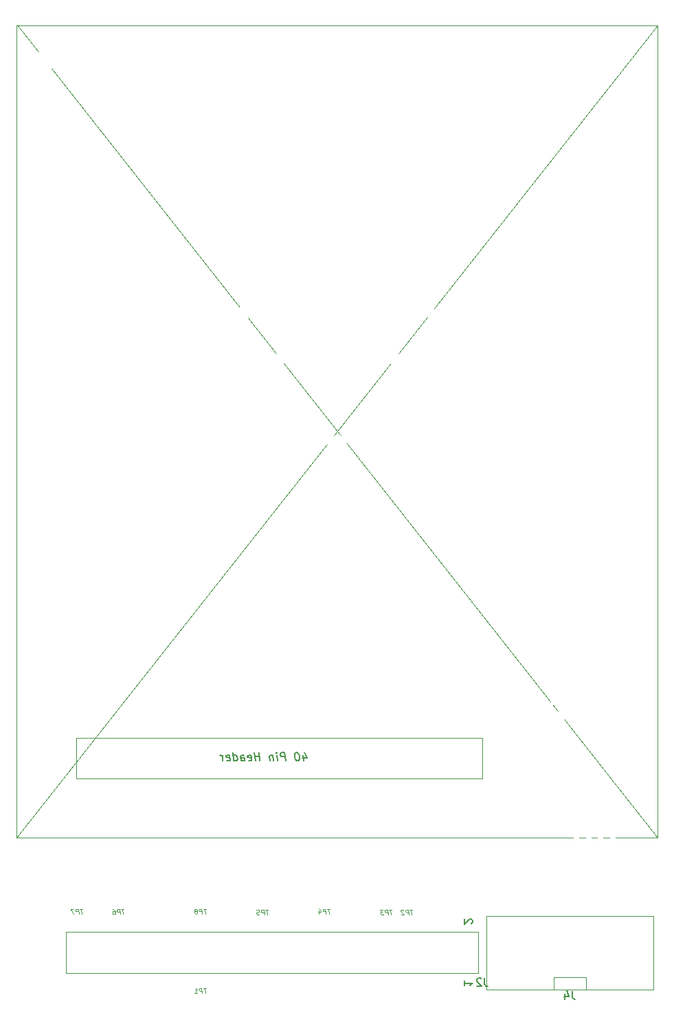
<source format=gbo>
%TF.GenerationSoftware,KiCad,Pcbnew,6.0.10-86aedd382b~118~ubuntu22.04.1*%
%TF.CreationDate,2023-01-11T08:47:55-08:00*%
%TF.ProjectId,shield,73686965-6c64-42e6-9b69-6361645f7063,rev?*%
%TF.SameCoordinates,Original*%
%TF.FileFunction,Legend,Bot*%
%TF.FilePolarity,Positive*%
%FSLAX46Y46*%
G04 Gerber Fmt 4.6, Leading zero omitted, Abs format (unit mm)*
G04 Created by KiCad (PCBNEW 6.0.10-86aedd382b~118~ubuntu22.04.1) date 2023-01-11 08:47:55*
%MOMM*%
%LPD*%
G01*
G04 APERTURE LIST*
%ADD10C,0.150000*%
%ADD11C,0.080000*%
%ADD12C,0.120000*%
%ADD13C,0.050000*%
%ADD14C,2.760000*%
%ADD15O,2.600000X1.200000*%
%ADD16R,1.800000X1.800000*%
%ADD17C,1.800000*%
%ADD18C,2.800000*%
%ADD19R,2.100000X2.100000*%
%ADD20C,2.100000*%
%ADD21C,1.000000*%
%ADD22R,2.000000X3.000000*%
%ADD23C,1.500000*%
%ADD24C,2.200000*%
%ADD25R,1.524000X1.524000*%
%ADD26C,1.524000*%
G04 APERTURE END LIST*
D10*
X55804672Y-130355714D02*
X55888005Y-131022380D01*
X55995148Y-129974761D02*
X56322529Y-130689047D01*
X55703482Y-130689047D01*
X55048720Y-130022380D02*
X54953482Y-130022380D01*
X54864196Y-130070000D01*
X54822529Y-130117619D01*
X54786815Y-130212857D01*
X54763005Y-130403333D01*
X54792767Y-130641428D01*
X54864196Y-130831904D01*
X54923720Y-130927142D01*
X54977291Y-130974761D01*
X55078482Y-131022380D01*
X55173720Y-131022380D01*
X55263005Y-130974761D01*
X55304672Y-130927142D01*
X55340386Y-130831904D01*
X55364196Y-130641428D01*
X55334434Y-130403333D01*
X55263005Y-130212857D01*
X55203482Y-130117619D01*
X55149910Y-130070000D01*
X55048720Y-130022380D01*
X53649910Y-131022380D02*
X53524910Y-130022380D01*
X53143958Y-130022380D01*
X53054672Y-130070000D01*
X53013005Y-130117619D01*
X52977291Y-130212857D01*
X52995148Y-130355714D01*
X53054672Y-130450952D01*
X53108244Y-130498571D01*
X53209434Y-130546190D01*
X53590386Y-130546190D01*
X52649910Y-131022380D02*
X52566577Y-130355714D01*
X52524910Y-130022380D02*
X52578482Y-130070000D01*
X52536815Y-130117619D01*
X52483244Y-130070000D01*
X52524910Y-130022380D01*
X52536815Y-130117619D01*
X52090386Y-130355714D02*
X52173720Y-131022380D01*
X52102291Y-130450952D02*
X52048720Y-130403333D01*
X51947529Y-130355714D01*
X51804672Y-130355714D01*
X51715386Y-130403333D01*
X51679672Y-130498571D01*
X51745148Y-131022380D01*
X50507053Y-131022380D02*
X50382053Y-130022380D01*
X50441577Y-130498571D02*
X49870148Y-130498571D01*
X49935625Y-131022380D02*
X49810625Y-130022380D01*
X49072529Y-130974761D02*
X49173720Y-131022380D01*
X49364196Y-131022380D01*
X49453482Y-130974761D01*
X49489196Y-130879523D01*
X49441577Y-130498571D01*
X49382053Y-130403333D01*
X49280863Y-130355714D01*
X49090386Y-130355714D01*
X49001101Y-130403333D01*
X48965386Y-130498571D01*
X48977291Y-130593809D01*
X49465386Y-130689047D01*
X48173720Y-131022380D02*
X48108244Y-130498571D01*
X48143958Y-130403333D01*
X48233244Y-130355714D01*
X48423720Y-130355714D01*
X48524910Y-130403333D01*
X48167767Y-130974761D02*
X48268958Y-131022380D01*
X48507053Y-131022380D01*
X48596339Y-130974761D01*
X48632053Y-130879523D01*
X48620148Y-130784285D01*
X48560625Y-130689047D01*
X48459434Y-130641428D01*
X48221339Y-130641428D01*
X48120148Y-130593809D01*
X47268958Y-131022380D02*
X47143958Y-130022380D01*
X47263005Y-130974761D02*
X47364196Y-131022380D01*
X47554672Y-131022380D01*
X47643958Y-130974761D01*
X47685625Y-130927142D01*
X47721339Y-130831904D01*
X47685625Y-130546190D01*
X47626101Y-130450952D01*
X47572529Y-130403333D01*
X47471339Y-130355714D01*
X47280863Y-130355714D01*
X47191577Y-130403333D01*
X46405863Y-130974761D02*
X46507053Y-131022380D01*
X46697529Y-131022380D01*
X46786815Y-130974761D01*
X46822529Y-130879523D01*
X46774910Y-130498571D01*
X46715386Y-130403333D01*
X46614196Y-130355714D01*
X46423720Y-130355714D01*
X46334434Y-130403333D01*
X46298720Y-130498571D01*
X46310625Y-130593809D01*
X46798720Y-130689047D01*
X45935625Y-131022380D02*
X45852291Y-130355714D01*
X45876101Y-130546190D02*
X45816577Y-130450952D01*
X45763005Y-130403333D01*
X45661815Y-130355714D01*
X45566577Y-130355714D01*
D11*
X43838946Y-159021428D02*
X43496089Y-159021428D01*
X43742517Y-159621428D02*
X43667517Y-159021428D01*
X43371089Y-159621428D02*
X43296089Y-159021428D01*
X43067517Y-159021428D01*
X43013946Y-159050000D01*
X42988946Y-159078571D01*
X42967517Y-159135714D01*
X42978232Y-159221428D01*
X43013946Y-159278571D01*
X43046089Y-159307142D01*
X43106803Y-159335714D01*
X43335375Y-159335714D01*
X42456803Y-159621428D02*
X42799660Y-159621428D01*
X42628232Y-159621428D02*
X42553232Y-159021428D01*
X42621089Y-159107142D01*
X42685375Y-159164285D01*
X42746089Y-159192857D01*
X43838946Y-149271428D02*
X43496089Y-149271428D01*
X43742517Y-149871428D02*
X43667517Y-149271428D01*
X43371089Y-149871428D02*
X43296089Y-149271428D01*
X43067517Y-149271428D01*
X43013946Y-149300000D01*
X42988946Y-149328571D01*
X42967517Y-149385714D01*
X42978232Y-149471428D01*
X43013946Y-149528571D01*
X43046089Y-149557142D01*
X43106803Y-149585714D01*
X43335375Y-149585714D01*
X42642517Y-149528571D02*
X42696089Y-149500000D01*
X42721089Y-149471428D01*
X42742517Y-149414285D01*
X42738946Y-149385714D01*
X42703232Y-149328571D01*
X42671089Y-149300000D01*
X42610375Y-149271428D01*
X42496089Y-149271428D01*
X42442517Y-149300000D01*
X42417517Y-149328571D01*
X42396089Y-149385714D01*
X42399660Y-149414285D01*
X42435375Y-149471428D01*
X42467517Y-149500000D01*
X42528232Y-149528571D01*
X42642517Y-149528571D01*
X42703232Y-149557142D01*
X42735375Y-149585714D01*
X42771089Y-149642857D01*
X42785375Y-149757142D01*
X42763946Y-149814285D01*
X42738946Y-149842857D01*
X42685375Y-149871428D01*
X42571089Y-149871428D01*
X42510375Y-149842857D01*
X42478232Y-149814285D01*
X42442517Y-149757142D01*
X42428232Y-149642857D01*
X42449660Y-149585714D01*
X42474660Y-149557142D01*
X42528232Y-149528571D01*
X59088946Y-149271428D02*
X58746089Y-149271428D01*
X58992517Y-149871428D02*
X58917517Y-149271428D01*
X58621089Y-149871428D02*
X58546089Y-149271428D01*
X58317517Y-149271428D01*
X58263946Y-149300000D01*
X58238946Y-149328571D01*
X58217517Y-149385714D01*
X58228232Y-149471428D01*
X58263946Y-149528571D01*
X58296089Y-149557142D01*
X58356803Y-149585714D01*
X58585375Y-149585714D01*
X57713946Y-149471428D02*
X57763946Y-149871428D01*
X57828232Y-149242857D02*
X58024660Y-149671428D01*
X57653232Y-149671428D01*
D10*
X88983333Y-159362380D02*
X88983333Y-160076666D01*
X89030952Y-160219523D01*
X89126190Y-160314761D01*
X89269047Y-160362380D01*
X89364285Y-160362380D01*
X88078571Y-159695714D02*
X88078571Y-160362380D01*
X88316666Y-159314761D02*
X88554761Y-160029047D01*
X87935714Y-160029047D01*
D11*
X66738946Y-149371428D02*
X66396089Y-149371428D01*
X66642517Y-149971428D02*
X66567517Y-149371428D01*
X66271089Y-149971428D02*
X66196089Y-149371428D01*
X65967517Y-149371428D01*
X65913946Y-149400000D01*
X65888946Y-149428571D01*
X65867517Y-149485714D01*
X65878232Y-149571428D01*
X65913946Y-149628571D01*
X65946089Y-149657142D01*
X66006803Y-149685714D01*
X66235375Y-149685714D01*
X65653232Y-149371428D02*
X65281803Y-149371428D01*
X65510375Y-149600000D01*
X65424660Y-149600000D01*
X65371089Y-149628571D01*
X65346089Y-149657142D01*
X65324660Y-149714285D01*
X65342517Y-149857142D01*
X65378232Y-149914285D01*
X65410375Y-149942857D01*
X65471089Y-149971428D01*
X65642517Y-149971428D01*
X65696089Y-149942857D01*
X65721089Y-149914285D01*
D10*
X78188333Y-157792380D02*
X78188333Y-158506666D01*
X78235952Y-158649523D01*
X78331190Y-158744761D01*
X78474047Y-158792380D01*
X78569285Y-158792380D01*
X77759761Y-157887619D02*
X77712142Y-157840000D01*
X77616904Y-157792380D01*
X77378809Y-157792380D01*
X77283571Y-157840000D01*
X77235952Y-157887619D01*
X77188333Y-157982857D01*
X77188333Y-158078095D01*
X77235952Y-158220952D01*
X77807380Y-158792380D01*
X77188333Y-158792380D01*
X75677619Y-158129285D02*
X75677619Y-158700714D01*
X75677619Y-158415000D02*
X76677619Y-158415000D01*
X76534761Y-158510238D01*
X76439523Y-158605476D01*
X76391904Y-158700714D01*
X76582380Y-151080714D02*
X76630000Y-151033095D01*
X76677619Y-150937857D01*
X76677619Y-150699761D01*
X76630000Y-150604523D01*
X76582380Y-150556904D01*
X76487142Y-150509285D01*
X76391904Y-150509285D01*
X76249047Y-150556904D01*
X75677619Y-151128333D01*
X75677619Y-150509285D01*
D11*
X69288946Y-149371428D02*
X68946089Y-149371428D01*
X69192517Y-149971428D02*
X69117517Y-149371428D01*
X68821089Y-149971428D02*
X68746089Y-149371428D01*
X68517517Y-149371428D01*
X68463946Y-149400000D01*
X68438946Y-149428571D01*
X68417517Y-149485714D01*
X68428232Y-149571428D01*
X68463946Y-149628571D01*
X68496089Y-149657142D01*
X68556803Y-149685714D01*
X68785375Y-149685714D01*
X68181803Y-149428571D02*
X68149660Y-149400000D01*
X68088946Y-149371428D01*
X67946089Y-149371428D01*
X67892517Y-149400000D01*
X67867517Y-149428571D01*
X67846089Y-149485714D01*
X67853232Y-149542857D01*
X67892517Y-149628571D01*
X68278232Y-149971428D01*
X67906803Y-149971428D01*
X33738946Y-149321428D02*
X33396089Y-149321428D01*
X33642517Y-149921428D02*
X33567517Y-149321428D01*
X33271089Y-149921428D02*
X33196089Y-149321428D01*
X32967517Y-149321428D01*
X32913946Y-149350000D01*
X32888946Y-149378571D01*
X32867517Y-149435714D01*
X32878232Y-149521428D01*
X32913946Y-149578571D01*
X32946089Y-149607142D01*
X33006803Y-149635714D01*
X33235375Y-149635714D01*
X32338946Y-149321428D02*
X32453232Y-149321428D01*
X32513946Y-149350000D01*
X32546089Y-149378571D01*
X32613946Y-149464285D01*
X32656803Y-149578571D01*
X32685375Y-149807142D01*
X32663946Y-149864285D01*
X32638946Y-149892857D01*
X32585375Y-149921428D01*
X32471089Y-149921428D01*
X32410375Y-149892857D01*
X32378232Y-149864285D01*
X32342517Y-149807142D01*
X32324660Y-149664285D01*
X32346089Y-149607142D01*
X32371089Y-149578571D01*
X32424660Y-149550000D01*
X32538946Y-149550000D01*
X32599660Y-149578571D01*
X32631803Y-149607142D01*
X32667517Y-149664285D01*
X28638946Y-149271428D02*
X28296089Y-149271428D01*
X28542517Y-149871428D02*
X28467517Y-149271428D01*
X28171089Y-149871428D02*
X28096089Y-149271428D01*
X27867517Y-149271428D01*
X27813946Y-149300000D01*
X27788946Y-149328571D01*
X27767517Y-149385714D01*
X27778232Y-149471428D01*
X27813946Y-149528571D01*
X27846089Y-149557142D01*
X27906803Y-149585714D01*
X28135375Y-149585714D01*
X27553232Y-149271428D02*
X27153232Y-149271428D01*
X27485375Y-149871428D01*
X51488946Y-149371428D02*
X51146089Y-149371428D01*
X51392517Y-149971428D02*
X51317517Y-149371428D01*
X51021089Y-149971428D02*
X50946089Y-149371428D01*
X50717517Y-149371428D01*
X50663946Y-149400000D01*
X50638946Y-149428571D01*
X50617517Y-149485714D01*
X50628232Y-149571428D01*
X50663946Y-149628571D01*
X50696089Y-149657142D01*
X50756803Y-149685714D01*
X50985375Y-149685714D01*
X50060375Y-149371428D02*
X50346089Y-149371428D01*
X50410375Y-149657142D01*
X50378232Y-149628571D01*
X50317517Y-149600000D01*
X50174660Y-149600000D01*
X50121089Y-149628571D01*
X50096089Y-149657142D01*
X50074660Y-149714285D01*
X50092517Y-149857142D01*
X50128232Y-149914285D01*
X50160375Y-149942857D01*
X50221089Y-149971428D01*
X50363946Y-149971428D01*
X50417517Y-149942857D01*
X50442517Y-149914285D01*
D12*
X77890000Y-128180000D02*
X27890000Y-128180000D01*
X27890000Y-128180000D02*
X27890000Y-133180000D01*
X27890000Y-133180000D02*
X77890000Y-133180000D01*
X77890000Y-133180000D02*
X77890000Y-128180000D01*
X20500000Y-40500000D02*
X99500000Y-40500000D01*
X99500000Y-40500000D02*
X99500000Y-140500000D01*
X99500000Y-140500000D02*
X20500000Y-140500000D01*
X20500000Y-140500000D02*
X20500000Y-40500000D01*
X20570000Y-40440000D02*
X99490000Y-140490000D01*
X99480000Y-40500000D02*
X20500000Y-140500000D01*
D13*
X90680000Y-157690000D02*
X86680000Y-157690000D01*
X78380000Y-150165000D02*
X78380000Y-159090000D01*
X78380000Y-159090000D02*
X78380000Y-159215000D01*
X90680000Y-157690000D02*
X90680000Y-159190000D01*
X78380000Y-159215000D02*
X98980000Y-159215000D01*
X90680000Y-159190000D02*
X90680000Y-157690000D01*
X86680000Y-157690000D02*
X86680000Y-159190000D01*
X98980000Y-150165000D02*
X78380000Y-150165000D01*
X98980000Y-159215000D02*
X98980000Y-150165000D01*
D12*
X77400000Y-157145000D02*
X26600000Y-157145000D01*
X26600000Y-157145000D02*
X26600000Y-152065000D01*
X26600000Y-152065000D02*
X77400000Y-152065000D01*
X77400000Y-152065000D02*
X77400000Y-157145000D01*
%LPC*%
D14*
X82500000Y-130500000D03*
X24500000Y-44500000D03*
X24500000Y-130500000D03*
X82500000Y-44500000D03*
D15*
X45000000Y-123520000D03*
X45000000Y-126620000D03*
X45000000Y-134920000D03*
D16*
X87200000Y-123290000D03*
D17*
X87200000Y-125830000D03*
X87200000Y-128370000D03*
D18*
X49400000Y-75100000D03*
X70600000Y-75100000D03*
X70000000Y-48000000D03*
X50000000Y-48000000D03*
D19*
X52380000Y-82000000D03*
D20*
X54920000Y-82000000D03*
X57460000Y-82000000D03*
X60000000Y-82000000D03*
X62540000Y-82000000D03*
X65080000Y-82000000D03*
X67620000Y-82000000D03*
D16*
X90960000Y-123950000D03*
D17*
X93500000Y-123950000D03*
X96040000Y-123950000D03*
D15*
X60000000Y-88520000D03*
X60000000Y-91620000D03*
X60000000Y-99920000D03*
X60000000Y-103520000D03*
X60000000Y-106620000D03*
X60000000Y-114920000D03*
D21*
X92490000Y-143150000D03*
X89490000Y-143150000D03*
X90990000Y-140150000D03*
X92490000Y-140150000D03*
X90990000Y-143150000D03*
X89490000Y-141650000D03*
X93990000Y-140150000D03*
X93990000Y-143150000D03*
X93990000Y-141650000D03*
X92490000Y-141650000D03*
X90990000Y-141650000D03*
X89490000Y-140150000D03*
D15*
X90000000Y-88520000D03*
X90000000Y-91620000D03*
X90000000Y-99920000D03*
D16*
X73580000Y-143950000D03*
D17*
X76120000Y-143950000D03*
D15*
X30000000Y-88520000D03*
X30000000Y-91620000D03*
X30000000Y-99920000D03*
X75000000Y-123520000D03*
X75000000Y-126620000D03*
X75000000Y-134920000D03*
X30000000Y-103520000D03*
X30000000Y-106620000D03*
X30000000Y-114920000D03*
D22*
X40700000Y-72000000D03*
X29300000Y-72000000D03*
D23*
X32500000Y-79500000D03*
X35000000Y-79500000D03*
X37500000Y-79500000D03*
D24*
X82500000Y-69500000D03*
X87500000Y-69500000D03*
X82500000Y-74500000D03*
X87500000Y-74500000D03*
D15*
X90000000Y-103520000D03*
X90000000Y-106620000D03*
X90000000Y-114920000D03*
D21*
X43100000Y-158250000D03*
X43100000Y-150800000D03*
X58350000Y-150800000D03*
D25*
X93760000Y-155960000D03*
D26*
X93760000Y-153420000D03*
X91220000Y-155960000D03*
X91220000Y-153420000D03*
X88680000Y-155960000D03*
X88680000Y-153420000D03*
X86140000Y-155960000D03*
X86140000Y-153420000D03*
X83600000Y-155960000D03*
X83600000Y-153420000D03*
D21*
X66000000Y-150800000D03*
D23*
X76130000Y-155875000D03*
X76130000Y-153335000D03*
X73590000Y-155875000D03*
X73590000Y-153335000D03*
X71050000Y-155875000D03*
X71050000Y-153335000D03*
X68510000Y-155875000D03*
X68510000Y-153335000D03*
X65970000Y-155875000D03*
X65970000Y-153335000D03*
X63430000Y-155875000D03*
X63430000Y-153335000D03*
X60890000Y-155875000D03*
X60890000Y-153335000D03*
X58350000Y-155875000D03*
X58350000Y-153335000D03*
X55810000Y-155875000D03*
X55810000Y-153335000D03*
X53270000Y-155875000D03*
X53270000Y-153335000D03*
X50730000Y-155875000D03*
X50730000Y-153335000D03*
X48190000Y-155875000D03*
X48190000Y-153335000D03*
X45650000Y-155875000D03*
X45650000Y-153335000D03*
X43110000Y-155875000D03*
X43110000Y-153335000D03*
X40570000Y-155875000D03*
X40570000Y-153335000D03*
X38030000Y-155875000D03*
X38030000Y-153335000D03*
X35490000Y-155875000D03*
X35490000Y-153335000D03*
X32950000Y-155875000D03*
X32950000Y-153335000D03*
X30410000Y-155875000D03*
X30410000Y-153335000D03*
X27870000Y-155875000D03*
X27870000Y-153335000D03*
D21*
X68550000Y-150800000D03*
X32950000Y-150800000D03*
X27900000Y-150800000D03*
X50750000Y-150800000D03*
M02*

</source>
